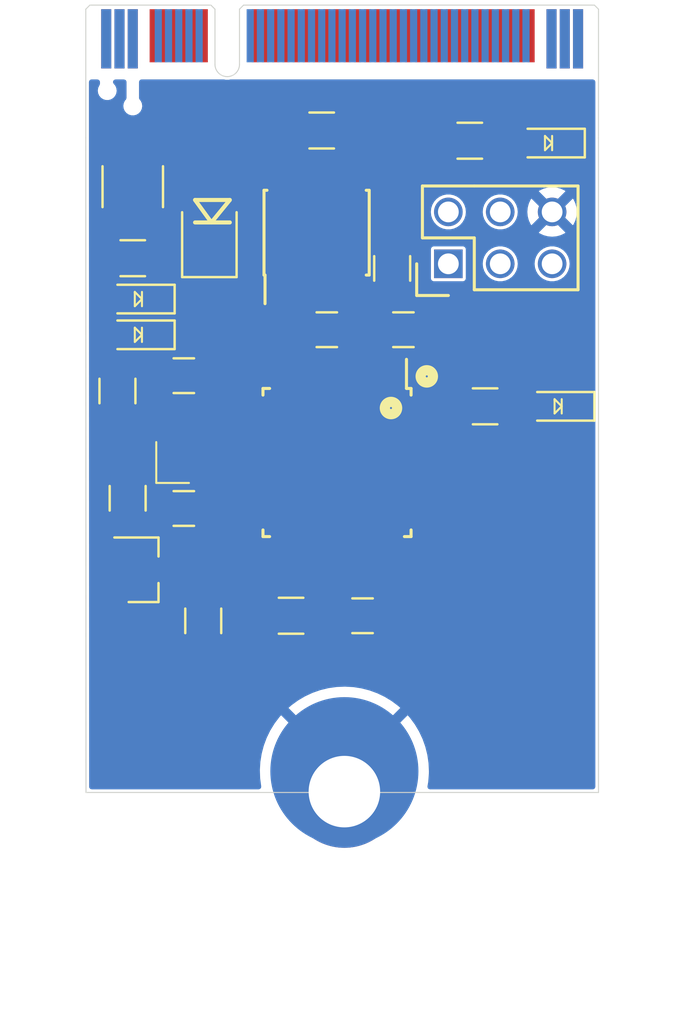
<source format=kicad_pcb>
(kicad_pcb (version 20211014) (generator pcbnew)
  (layers (0 "F.Cu" signal) (31 "B.Cu" signal) (34 "B.Paste" user) (35 "F.Paste" user) (36 "B.SilkS" user "B.Silkscreen") (37 "F.SilkS" user "F.Silkscreen") (38 "B.Mask" user) (39 "F.Mask" user) (44 "Edge.Cuts" user))
  (net 0 "")
  (net 1 "+5V")
  (net 2 "GND")
  (net 3 "Net-(C2-Pad1)")
  (net 4 "Net-(C3-Pad1)")
  (net 5 "Net-(C4-Pad1)")
  (net 6 "/BAT_FUSED")
  (net 7 "Net-(D2-Pad2)")
  (net 8 "Net-(D3-Pad2)")
  (net 9 "Net-(D4-Pad2)")
  (net 10 "Net-(D5-Pad2)")
  (net 11 "+BATT")
  (net 12 "/MISO")
  (net 13 "/SCK")
  (net 14 "/MOSI")
  (net 15 "/RESET")
  (net 16 "/CAN_+")
  (net 17 "/CAN_-")
  (net 79 "/SHDN_IN")
  (net 80 "/SHDN_SENSE")
  (net 81 "/DEBUG")
  (net 83 "/CAN_TX")
  (net 84 "/CAN_RX")
  (net 88 "/PD7")
  (footprint "footprints:DO-214AA" (layer "F.Cu") (at 58.5 30.5 90)
    (fp_text reference "D1" hide)
    (fp_text value "D_Zener_18V" hide)
    (fp_line (start 0.6 1) (end -0.5 0.1) (layer "F.SilkS") (width 0.2))
    (fp_line (start -0.5 0.1) (end 0.6 -0.7) (layer "F.SilkS") (width 0.2))
    (fp_line (start -3.175 -1.3335) (end 0 -1.3335) (layer "F.SilkS") (width 0.12))
    (fp_line (start -3.175 1.3335) (end 0 1.3335) (layer "F.SilkS") (width 0.12))
    (fp_line (start 0.6 -0.7) (end 0.6 1) (layer "F.SilkS") (width 0.2))
    (fp_line (start -3.175 -1.3335) (end -3.175 1.3335) (layer "F.SilkS") (width 0.12))
    (fp_line (start -0.5 -0.7) (end -0.5 1) (layer "F.SilkS") (width 0.2))
    (pad "1" smd rect locked (at -2.032 0 270) (size 1.778 2.159) (layers "F.Cu" "F.Paste" "F.Mask") (net 6 "/BAT_FUSED"))
    (pad "2" smd rect locked (at 2.032 0 270) (size 1.778 2.159) (layers "F.Cu" "F.Paste" "F.Mask") (net 2 "GND"))
  )
  (footprint "footprints:LED_0805_OEM" (layer "F.Cu") (at 55 36.5 180)
    (fp_text reference "D5" hide)
    (fp_text value "LED_0805" hide)
    (fp_line (start 0.1 -0.3) (end 0.15 -0.35) (layer "F.SilkS") (width 0.1))
    (fp_line (start -0.2 0.35) (end -0.2 0) (layer "F.SilkS") (width 0.1))
    (fp_line (start -1.8 0.7) (end 1 0.7) (layer "F.SilkS") (width 0.12))
    (fp_line (start 0.15 -0.35) (end 0.15 0.3) (layer "F.SilkS") (width 0.1))
    (fp_line (start -1.8 -0.7) (end 1 -0.7) (layer "F.SilkS") (width 0.12))
    (fp_line (start -0.2 0) (end -0.2 -0.35) (layer "F.SilkS") (width 0.1))
    (fp_line (start -1.8 -0.7) (end -1.8 0.7) (layer "F.SilkS") (width 0.12))
    (fp_line (start 0.15 0.35) (end -0.2 0) (layer "F.SilkS") (width 0.1))
    (fp_line (start 0.15 0.35) (end 0.15 0.3) (layer "F.SilkS") (width 0.1))
    (fp_line (start 0.15 0.3) (end 0.15 0.35) (layer "F.SilkS") (width 0.1))
    (fp_line (start -0.2 0) (end 0.1 -0.3) (layer "F.SilkS") (width 0.1))
    (pad "1" smd rect locked (at -1.1 0) (size 1.2 1.2) (layers "F.Cu" "F.Paste" "F.Mask") (net 2 "GND"))
    (pad "2" smd rect locked (at 1.1 0) (size 1.2 1.2) (layers "F.Cu" "F.Paste" "F.Mask") (net 10 "Net-(D5-Pad2)"))
  )
  (footprint "footprints:C_0805_OEM" (layer "F.Cu") (at 64.25 36.25 180)
    (fp_text reference "C5" hide)
    (fp_text value "C_0.1uF" hide)
    (fp_line (start -0.5 0.85) (end 0.5 0.85) (layer "F.SilkS") (width 0.12))
    (fp_line (start 0.5 -0.85) (end -0.5 -0.85) (layer "F.SilkS") (width 0.12))
    (pad "1" smd rect locked (at -1 0 180) (size 1 1.25) (layers "F.Cu" "F.Paste" "F.Mask") (net 1 "+5V"))
    (pad "2" smd rect locked (at 1 0 180) (size 1 1.25) (layers "F.Cu" "F.Paste" "F.Mask") (net 2 "GND"))
  )
  (footprint "footprints:R_0805_OEM" (layer "F.Cu") (at 62.5 50.25)
    (fp_text reference "R1" hide)
    (fp_text value "R_100" hide)
    (fp_line (start -0.6 -0.88) (end 0.6 -0.88) (layer "F.SilkS") (width 0.12))
    (fp_line (start 0.6 0.88) (end -0.6 0.88) (layer "F.SilkS") (width 0.12))
    (pad "1" smd rect locked (at -0.95 0) (size 0.7 1.3) (layers "F.Cu" "F.Paste" "F.Mask") (net 1 "+5V"))
    (pad "2" smd rect locked (at 0.95 0) (size 0.7 1.3) (layers "F.Cu" "F.Paste" "F.Mask") (net 3 "Net-(C2-Pad1)"))
  )
  (footprint "footprints:Crystal_SMD_FA238" (layer "F.Cu") (at 57.5 41.75 90)
    (fp_text reference "Y1" hide)
    (fp_text value "Crystal_SMD" hide)
    (fp_line (start -2 -1.6) (end -2 0) (layer "F.SilkS") (width 0.1))
    (fp_line (start -2 -1.6) (end 0 -1.6) (layer "F.SilkS") (width 0.1))
    (pad "1" smd rect locked (at -1.1 0.8 90) (size 1.4 1.2) (layers "F.Cu" "F.Mask") (net 4 "Net-(C3-Pad1)"))
    (pad "2" smd rect locked (at 1.1 0.8 90) (size 1.4 1.2) (layers "F.Cu" "F.Mask") (net 2 "GND"))
    (pad "3" smd rect locked (at 1.1 -0.8 90) (size 1.4 1.2) (layers "F.Cu" "F.Mask") (net 5 "Net-(C4-Pad1)"))
    (pad "4" smd rect locked (at -1.1 -0.8 90) (size 1.4 1.2) (layers "F.Cu" "F.Mask") (net 2 "GND"))
  )
  (footprint "footprints:R_0805_OEM" (layer "F.Cu") (at 54 39.25 90)
    (fp_text reference "R6" hide)
    (fp_text value "R_1K" hide)
    (fp_line (start 0.6 0.88) (end -0.6 0.88) (layer "F.SilkS") (width 0.12))
    (fp_line (start -0.6 -0.88) (end 0.6 -0.88) (layer "F.SilkS") (width 0.12))
    (pad "1" smd rect locked (at -0.95 0 90) (size 0.7 1.3) (layers "F.Cu" "F.Paste" "F.Mask") (net 79 "/SHDN_IN"))
    (pad "2" smd rect locked (at 0.95 0 90) (size 0.7 1.3) (layers "F.Cu" "F.Paste" "F.Mask") (net 10 "Net-(D5-Pad2)"))
  )
  (footprint "footprints:Pin_Header_Straight_2x03" (layer "F.Cu") (at 70.2 33.025 90)
    (fp_text reference "J1" hide)
    (fp_text value "CONN_02X03" hide)
    (fp_line (start 1.27 1.27) (end -1.27 1.27) (layer "F.SilkS") (width 0.15))
    (fp_line (start 3.81 1.27) (end 3.81 -1.27) (layer "F.SilkS") (width 0.15))
    (fp_line (start -1.55 -1.55) (end 0 -1.55) (layer "F.SilkS") (width 0.15))
    (fp_line (start 3.81 -1.27) (end 1.27 -1.27) (layer "F.SilkS") (width 0.15))
    (fp_line (start -1.27 6.35) (end 3.81 6.35) (layer "F.SilkS") (width 0.15))
    (fp_line (start -1.27 1.27) (end -1.27 6.35) (layer "F.SilkS") (width 0.15))
    (fp_line (start -1.55 -1.55) (end -1.55 0) (layer "F.SilkS") (width 0.15))
    (fp_line (start 3.81 6.35) (end 3.81 1.27) (layer "F.SilkS") (width 0.15))
    (fp_line (start 1.27 -1.27) (end 1.27 1.27) (layer "F.SilkS") (width 0.15))
    (pad "1" thru_hole rect locked (at 0 0 90) (size 1.4 1.4) (drill 1.016) (layers *.Cu *.Mask) (net 12 "/MISO"))
    (pad "2" thru_hole circle locked (at 2.54 0 90) (size 1.4 1.4) (drill 1.016) (layers *.Cu *.Mask) (net 1 "+5V"))
    (pad "3" thru_hole circle locked (at 0 2.54 90) (size 1.4 1.4) (drill 1.016) (layers *.Cu *.Mask) (net 13 "/SCK"))
    (pad "4" thru_hole circle locked (at 2.54 2.54 90) (size 1.4 1.4) (drill 1.016) (layers *.Cu *.Mask) (net 14 "/MOSI"))
    (pad "5" thru_hole circle locked (at 0 5.08 90) (size 1.4 1.4) (drill 1.016) (layers *.Cu *.Mask) (net 15 "/RESET"))
    (pad "6" thru_hole circle locked (at 2.54 5.08 90) (size 1.4 1.4) (drill 1.016) (layers *.Cu *.Mask) (net 2 "GND"))
  )
  (footprint "footprints:R_0805_OEM" (layer "F.Cu") (at 64 26.5)
    (fp_text reference "R9" hide)
    (fp_text value "R_120_DNP" hide)
    (fp_line (start 0.6 0.88) (end -0.6 0.88) (layer "F.SilkS") (width 0.12))
    (fp_line (start -0.6 -0.88) (end 0.6 -0.88) (layer "F.SilkS") (width 0.12))
    (pad "1" smd rect locked (at -0.95 0) (size 0.7 1.3) (layers "F.Cu" "F.Paste" "F.Mask") (net 16 "/CAN_+"))
    (pad "2" smd rect locked (at 0.95 0) (size 0.7 1.3) (layers "F.Cu" "F.Paste" "F.Mask") (net 17 "/CAN_-"))
  )
  (footprint "footprints:R_0805_OEM" (layer "F.Cu") (at 67.45 33.25 90)
    (fp_text reference "R4" hide)
    (fp_text value "R_10K" hide)
    (fp_line (start -0.6 -0.88) (end 0.6 -0.88) (layer "F.SilkS") (width 0.12))
    (fp_line (start 0.6 0.88) (end -0.6 0.88) (layer "F.SilkS") (width 0.12))
    (pad "1" smd rect locked (at -0.95 0 90) (size 0.7 1.3) (layers "F.Cu" "F.Paste" "F.Mask") (net 1 "+5V"))
    (pad "2" smd rect locked (at 0.95 0 90) (size 0.7 1.3) (layers "F.Cu" "F.Paste" "F.Mask") (net 15 "/RESET"))
  )
  (footprint "footprints:R_0805_OEM" (layer "F.Cu") (at 71.25 27)
    (fp_text reference "R3" hide)
    (fp_text value "R_200" hide)
    (fp_line (start 0.6 0.88) (end -0.6 0.88) (layer "F.SilkS") (width 0.12))
    (fp_line (start -0.6 -0.88) (end 0.6 -0.88) (layer "F.SilkS") (width 0.12))
    (pad "1" smd rect locked (at -0.95 0) (size 0.7 1.3) (layers "F.Cu" "F.Paste" "F.Mask") (net 1 "+5V"))
    (pad "2" smd rect locked (at 0.95 0) (size 0.7 1.3) (layers "F.Cu" "F.Paste" "F.Mask") (net 8 "Net-(D3-Pad2)"))
  )
  (footprint "footprints:Fuse_1210" (layer "F.Cu") (at 54.75 29.25 90)
    (fp_text reference "F1" hide)
    (fp_text value "F_500mA_16V" hide)
    (fp_line (start -1 -1.48) (end 1 -1.48) (layer "F.SilkS") (width 0.12))
    (fp_line (start 1 1.48) (end -1 1.48) (layer "F.SilkS") (width 0.12))
    (pad "1" smd rect locked (at -1.45 0 90) (size 0.9 2.5) (layers "F.Cu" "F.Paste" "F.Mask") (net 6 "/BAT_FUSED"))
    (pad "2" smd rect locked (at 1.45 0 90) (size 0.9 2.5) (layers "F.Cu" "F.Paste" "F.Mask") (net 11 "+BATT"))
  )
  (footprint "footprints:R_0805_OEM" (layer "F.Cu") (at 58.2 50.5 90)
    (fp_text reference "R8" hide)
    (fp_text value "R_10K" hide)
    (fp_line (start 0.6 0.88) (end -0.6 0.88) (layer "F.SilkS") (width 0.12))
    (fp_line (start -0.6 -0.88) (end 0.6 -0.88) (layer "F.SilkS") (width 0.12))
    (pad "1" smd rect locked (at -0.95 0 90) (size 0.7 1.3) (layers "F.Cu" "F.Paste" "F.Mask") (net 1 "+5V"))
    (pad "2" smd rect locked (at 0.95 0 90) (size 0.7 1.3) (layers "F.Cu" "F.Paste" "F.Mask") (net 80 "/SHDN_SENSE"))
  )
  (footprint "footprints:LED_0805_OEM" (layer "F.Cu") (at 75.08 27.115 180)
    (fp_text reference "D3" hide)
    (fp_text value "LED_0805" hide)
    (fp_line (start -0.2 0.35) (end -0.2 0) (layer "F.SilkS") (width 0.1))
    (fp_line (start -1.8 -0.7) (end -1.8 0.7) (layer "F.SilkS") (width 0.12))
    (fp_line (start 0.1 -0.3) (end 0.15 -0.35) (layer "F.SilkS") (width 0.1))
    (fp_line (start -1.8 -0.7) (end 1 -0.7) (layer "F.SilkS") (width 0.12))
    (fp_line (start 0.15 0.35) (end -0.2 0) (layer "F.SilkS") (width 0.1))
    (fp_line (start -0.2 0) (end 0.1 -0.3) (layer "F.SilkS") (width 0.1))
    (fp_line (start 0.15 0.35) (end 0.15 0.3) (layer "F.SilkS") (width 0.1))
    (fp_line (start -1.8 0.7) (end 1 0.7) (layer "F.SilkS") (width 0.12))
    (fp_line (start -0.2 0) (end -0.2 -0.35) (layer "F.SilkS") (width 0.1))
    (fp_line (start 0.15 0.3) (end 0.15 0.35) (layer "F.SilkS") (width 0.1))
    (fp_line (start 0.15 -0.35) (end 0.15 0.3) (layer "F.SilkS") (width 0.1))
    (pad "1" smd rect locked (at -1.1 0) (size 1.2 1.2) (layers "F.Cu" "F.Paste" "F.Mask") (net 2 "GND"))
    (pad "2" smd rect locked (at 1.1 0) (size 1.2 1.2) (layers "F.Cu" "F.Paste" "F.Mask") (net 8 "Net-(D3-Pad2)"))
  )
  (footprint "OEM:M.2_Mount" (layer "F.Cu") (at 65.109999 58.873999 180)
    (fp_text reference "H1" hide)
    (fp_text value "MountingHole_Pad" hide)
    (pad "1" thru_hole circle (at 0 0.016 180) (size 5.499999 5.499999) (drill 3.500001) (layers *.Cu *.Mask) (net 2 "GND"))
    (pad "1" smd circle (at 0 1.016 180) (size 7.249998 7.249998) (layers "B.Cu" "B.Mask") (net 2 "GND"))
  )
  (footprint "footprints:R_0805_OEM" (layer "F.Cu") (at 54.5 44.5 90)
    (fp_text reference "R7" hide)
    (fp_text value "R_100K" hide)
    (fp_line (start 0.6 0.88) (end -0.6 0.88) (layer "F.SilkS") (width 0.12))
    (fp_line (start -0.6 -0.88) (end 0.6 -0.88) (layer "F.SilkS") (width 0.12))
    (pad "1" smd rect locked (at -0.95 0 90) (size 0.7 1.3) (layers "F.Cu" "F.Paste" "F.Mask") (net 79 "/SHDN_IN"))
    (pad "2" smd rect locked (at 0.95 0 90) (size 0.7 1.3) (layers "F.Cu" "F.Paste" "F.Mask") (net 2 "GND"))
  )
  (footprint "footprints:SOT-23F" (layer "F.Cu") (at 55.25 48)
    (fp_text reference "Q1" hide)
    (fp_text value "SSM3K333R" hide)
    (fp_line (start 0.76 1.58) (end 0.76 0.65) (layer "F.SilkS") (width 0.12))
    (fp_line (start 0.76 1.58) (end -0.7 1.58) (layer "F.SilkS") (width 0.12))
    (fp_line (start 0.76 -1.58) (end -1.4 -1.58) (layer "F.SilkS") (width 0.12))
    (fp_line (start 0.76 -1.58) (end 0.76 -0.65) (layer "F.SilkS") (width 0.12))
    (pad "1" smd rect locked (at -1.05 -0.95) (size 0.9 0.8) (layers "F.Cu" "F.Paste" "F.Mask") (net 79 "/SHDN_IN"))
    (pad "2" smd rect locked (at -1.05 0.95) (size 0.9 0.8) (layers "F.Cu" "F.Paste" "F.Mask") (net 2 "GND"))
    (pad "3" smd rect locked (at 1.05 0) (size 0.9 0.8) (layers "F.Cu" "F.Paste" "F.Mask") (net 80 "/SHDN_SENSE"))
  )
  (footprint "footprints:SOIC-8_3.9x4.9mm_Pitch1.27mm_OEM" (layer "F.Cu") (at 63.75 31.5 90)
    (fp_text reference "U2" hide)
    (fp_text value "MCP2561-E_SN" hide)
    (fp_line (start 2.075 -2.575) (end 2.075 -2.43) (layer "F.SilkS") (width 0.15))
    (fp_line (start -2.075 2.575) (end 2.075 2.575) (layer "F.SilkS") (width 0.15))
    (fp_line (start 2.075 2.575) (end 2.075 2.43) (layer "F.SilkS") (width 0.15))
    (fp_line (start -2.075 -2.575) (end 2.075 -2.575) (layer "F.SilkS") (width 0.15))
    (fp_line (start -2.075 -2.525) (end -3.475 -2.525) (layer "F.SilkS") (width 0.15))
    (fp_line (start -2.075 -2.575) (end -2.075 -2.525) (layer "F.SilkS") (width 0.15))
    (fp_line (start -2.075 2.575) (end -2.075 2.43) (layer "F.SilkS") (width 0.15))
    (pad "1" smd rect locked (at -2.7 -1.905 90) (size 1.55 0.6) (layers "F.Cu" "F.Paste" "F.Mask") (net 83 "/CAN_TX"))
    (pad "2" smd rect locked (at -2.7 -0.635 90) (size 1.55 0.6) (layers "F.Cu" "F.Paste" "F.Mask") (net 2 "GND"))
    (pad "3" smd rect locked (at -2.7 0.635 90) (size 1.55 0.6) (layers "F.Cu" "F.Paste" "F.Mask") (net 1 "+5V"))
    (pad "4" smd rect locked (at -2.7 1.905 90) (size 1.55 0.6) (layers "F.Cu" "F.Paste" "F.Mask") (net 84 "/CAN_RX"))
    (pad "5" smd rect locked (at 2.7 1.905 90) (size 1.55 0.6) (layers "F.Cu" "F.Paste" "F.Mask"))
    (pad "6" smd rect locked (at 2.7 0.635 90) (size 1.55 0.6) (layers "F.Cu" "F.Paste" "F.Mask") (net 17 "/CAN_-"))
    (pad "7" smd rect locked (at 2.7 -0.635 90) (size 1.55 0.6) (layers "F.Cu" "F.Paste" "F.Mask") (net 16 "/CAN_+"))
    (pad "8" smd rect locked (at 2.7 -1.905 90) (size 1.55 0.6) (layers "F.Cu" "F.Paste" "F.Mask") (net 2 "GND"))
  )
  (footprint "footprints:C_0805_OEM" (layer "F.Cu") (at 57.25 45 180)
    (fp_text reference "C3" hide)
    (fp_text value "C_30pF" hide)
    (fp_line (start 0.5 -0.85) (end -0.5 -0.85) (layer "F.SilkS") (width 0.12))
    (fp_line (start -0.5 0.85) (end 0.5 0.85) (layer "F.SilkS") (width 0.12))
    (pad "1" smd rect locked (at -1 0 180) (size 1 1.25) (layers "F.Cu" "F.Paste" "F.Mask") (net 4 "Net-(C3-Pad1)"))
    (pad "2" smd rect locked (at 1 0 180) (size 1 1.25) (layers "F.Cu" "F.Paste" "F.Mask") (net 2 "GND"))
  )
  (footprint "footprints:C_0805_OEM" (layer "F.Cu") (at 57.25 38.5)
    (fp_text reference "C4" hide)
    (fp_text value "C_30pF" hide)
    (fp_line (start 0.5 -0.85) (end -0.5 -0.85) (layer "F.SilkS") (width 0.12))
    (fp_line (start -0.5 0.85) (end 0.5 0.85) (layer "F.SilkS") (width 0.12))
    (pad "1" smd rect locked (at -1 0) (size 1 1.25) (layers "F.Cu" "F.Paste" "F.Mask") (net 5 "Net-(C4-Pad1)"))
    (pad "2" smd rect locked (at 1 0) (size 1 1.25) (layers "F.Cu" "F.Paste" "F.Mask") (net 2 "GND"))
  )
  (footprint "footprints:LED_0805_OEM" (layer "F.Cu") (at 55 34.75 180)
    (fp_text reference "D2" hide)
    (fp_text value "LED_0805" hide)
    (fp_line (start 0.15 0.3) (end 0.15 0.35) (layer "F.SilkS") (width 0.1))
    (fp_line (start 0.15 -0.35) (end 0.15 0.3) (layer "F.SilkS") (width 0.1))
    (fp_line (start -0.2 0.35) (end -0.2 0) (layer "F.SilkS") (width 0.1))
    (fp_line (start -1.8 -0.7) (end -1.8 0.7) (layer "F.SilkS") (width 0.12))
    (fp_line (start -1.8 -0.7) (end 1 -0.7) (layer "F.SilkS") (width 0.12))
    (fp_line (start 0.15 0.35) (end 0.15 0.3) (layer "F.SilkS") (width 0.1))
    (fp_line (start -0.2 0) (end -0.2 -0.35) (layer "F.SilkS") (width 0.1))
    (fp_line (start 0.15 0.35) (end -0.2 0) (layer "F.SilkS") (width 0.1))
    (fp_line (start -1.8 0.7) (end 1 0.7) (layer "F.SilkS") (width 0.12))
    (fp_line (start 0.1 -0.3) (end 0.15 -0.35) (layer "F.SilkS") (width 0.1))
    (fp_line (start -0.2 0) (end 0.1 -0.3) (layer "F.SilkS") (width 0.1))
    (pad "1" smd rect locked (at -1.1 0) (size 1.2 1.2) (layers "F.Cu" "F.Paste" "F.Mask") (net 2 "GND"))
    (pad "2" smd rect locked (at 1.1 0) (size 1.2 1.2) (layers "F.Cu" "F.Paste" "F.Mask") (net 7 "Net-(D2-Pad2)"))
  )
  (footprint "footprints:LED_0805_OEM" (layer "F.Cu") (at 75.55 40 180)
    (fp_text reference "D4" hide)
    (fp_text value "LED_0805" hide)
    (fp_line (start 0.15 0.35) (end 0.15 0.3) (layer "F.SilkS") (width 0.1))
    (fp_line (start -0.2 0) (end 0.1 -0.3) (layer "F.SilkS") (width 0.1))
    (fp_line (start 0.15 0.3) (end 0.15 0.35) (layer "F.SilkS") (width 0.1))
    (fp_line (start 0.1 -0.3) (end 0.15 -0.35) (layer "F.SilkS") (width 0.1))
    (fp_line (start -0.2 0.35) (end -0.2 0) (layer "F.SilkS") (width 0.1))
    (fp_line (start 0.15 -0.35) (end 0.15 0.3) (layer "F.SilkS") (width 0.1))
    (fp_line (start -0.2 0) (end -0.2 -0.35) (layer "F.SilkS") (width 0.1))
    (fp_line (start -1.8 -0.7) (end -1.8 0.7) (layer "F.SilkS") (width 0.12))
    (fp_line (start 0.15 0.35) (end -0.2 0) (layer "F.SilkS") (width 0.1))
    (fp_line (start -1.8 -0.7) (end 1 -0.7) (layer "F.SilkS") (width 0.12))
    (fp_line (start -1.8 0.7) (end 1 0.7) (layer "F.SilkS") (width 0.12))
    (pad "1" smd rect locked (at -1.1 0) (size 1.2 1.2) (layers "F.Cu" "F.Paste" "F.Mask") (net 2 "GND"))
    (pad "2" smd rect locked (at 1.1 0) (size 1.2 1.2) (layers "F.Cu" "F.Paste" "F.Mask") (net 9 "Net-(D4-Pad2)"))
  )
  (footprint "footprints:TQFP-32_7x7mm_Pitch0.8mm" (layer "F.Cu") (at 64.75 42.75 -90)
    (fp_text reference "U1" hide)
    (fp_text value "ATMEGA16M1" hide)
    (fp_line (start -3.625 3.625) (end -3.3 3.625) (layer "F.SilkS") (width 0.15))
    (fp_line (start -3.625 -3.625) (end -3.625 -3.4) (layer "F.SilkS") (width 0.15))
    (fp_line (start 3.625 3.625) (end 3.3 3.625) (layer "F.SilkS") (width 0.15))
    (fp_line (start 3.625 -3.625) (end 3.625 -3.3) (layer "F.SilkS") (width 0.15))
    (fp_line (start 3.625 3.625) (end 3.625 3.3) (layer "F.SilkS") (width 0.15))
    (fp_line (start -3.625 3.625) (end -3.625 3.3) (layer "F.SilkS") (width 0.15))
    (fp_line (start -3.625 -3.625) (end -3.3 -3.625) (layer "F.SilkS") (width 0.15))
    (fp_line (start -3.625 -3.4) (end -5.05 -3.4) (layer "F.SilkS") (width 0.15))
    (fp_line (start 3.625 -3.625) (end 3.3 -3.625) (layer "F.SilkS") (width 0.15))
    (fp_circle (center -2.667 -2.6416) (end -2.667 -2.6924) (layer "F.SilkS") (width 0.5) (fill none))
    (fp_circle (center -4.2164 -4.3942) (end -4.2164 -4.445) (layer "F.SilkS") (width 0.5) (fill none))
    (pad "1" smd rect locked (at -4.25 -2.8 270) (size 1.6 0.55) (layers "F.Cu" "F.Paste" "F.Mask") (net 12 "/MISO"))
    (pad "2" smd rect locked (at -4.25 -2 270) (size 1.6 0.55) (layers "F.Cu" "F.Paste" "F.Mask") (net 14 "/MOSI"))
    (pad "3" smd rect locked (at -4.25 -1.2 270) (size 1.6 0.55) (layers "F.Cu" "F.Paste" "F.Mask"))
    (pad "4" smd rect locked (at -4.25 -0.4 270) (size 1.6 0.55) (layers "F.Cu" "F.Paste" "F.Mask") (net 1 "+5V"))
    (pad "5" smd rect locked (at -4.25 0.4 270) (size 1.6 0.55) (layers "F.Cu" "F.Paste" "F.Mask") (net 2 "GND"))
    (pad "6" smd rect locked (at -4.25 1.2 270) (size 1.6 0.55) (layers "F.Cu" "F.Paste" "F.Mask") (net 83 "/CAN_TX"))
    (pad "7" smd rect locked (at -4.25 2 270) (size 1.6 0.55) (layers "F.Cu" "F.Paste" "F.Mask") (net 84 "/CAN_RX"))
    (pad "8" smd rect locked (at -4.25 2.8 270) (size 1.6 0.55) (layers "F.Cu" "F.Paste" "F.Mask"))
    (pad "9" smd rect locked (at -2.8 4.25) (size 1.6 0.55) (layers "F.Cu" "F.Paste" "F.Mask"))
    (pad "10" smd rect locked (at -2 4.25) (size 1.6 0.55) (layers "F.Cu" "F.Paste" "F.Mask") (net 5 "Net-(C4-Pad1)"))
    (pad "11" smd rect locked (at -1.2 4.25) (size 1.6 0.55) (layers "F.Cu" "F.Paste" "F.Mask") (net 4 "Net-(C3-Pad1)"))
    (pad "12" smd rect locked (at -0.4 4.25) (size 1.6 0.55) (layers "F.Cu" "F.Paste" "F.Mask") (net 13 "/SCK"))
    (pad "13" smd rect locked (at 0.4 4.25) (size 1.6 0.55) (layers "F.Cu" "F.Paste" "F.Mask"))
    (pad "14" smd rect locked (at 1.2 4.25) (size 1.6 0.55) (layers "F.Cu" "F.Paste" "F.Mask") (net 80 "/SHDN_SENSE"))
    (pad "15" smd rect locked (at 2 4.25) (size 1.6 0.55) (layers "F.Cu" "F.Paste" "F.Mask") (net 88 "/PD7"))
    (pad "16" smd rect locked (at 2.8 4.25) (size 1.6 0.55) (layers "F.Cu" "F.Paste" "F.Mask"))
    (pad "17" smd rect locked (at 4.25 2.8 270) (size 1.6 0.55) (layers "F.Cu" "F.Paste" "F.Mask"))
    (pad "18" smd rect locked (at 4.25 2 270) (size 1.6 0.55) (layers "F.Cu" "F.Paste" "F.Mask"))
    (pad "19" smd rect locked (at 4.25 1.2 270) (size 1.6 0.55) (layers "F.Cu" "F.Paste" "F.Mask") (net 3 "Net-(C2-Pad1)"))
    (pad "20" smd rect locked (at 4.25 0.4 270) (size 1.6 0.55) (layers "F.Cu" "F.Paste" "F.Mask") (net 2 "GND"))
    (pad "21" smd rect locked (at 4.25 -0.4 270) (size 1.6 0.55) (layers "F.Cu" "F.Paste" "F.Mask"))
    (pad "22" smd rect locked (at 4.25 -1.2 270) (size 1.6 0.55) (layers "F.Cu" "F.Paste" "F.Mask"))
    (pad "23" smd rect locked (at 4.25 -2 270) (size 1.6 0.55) (layers "F.Cu" "F.Paste" "F.Mask"))
    (pad "24" smd rect locked (at 4.25 -2.8 270) (size 1.6 0.55) (layers "F.Cu" "F.Paste" "F.Mask"))
    (pad "25" smd rect locked (at 2.8 -4.25) (size 1.6 0.55) (layers "F.Cu" "F.Paste" "F.Mask"))
    (pad "26" smd rect locked (at 2 -4.25) (size 1.6 0.55) (layers "F.Cu" "F.Paste" "F.Mask"))
    (pad "27" smd rect locked (at 1.2 -4.25) (size 1.6 0.55) (layers "F.Cu" "F.Paste" "F.Mask"))
    (pad "28" smd rect locked (at 0.4 -4.25) (size 1.6 0.55) (layers "F.Cu" "F.Paste" "F.Mask"))
    (pad "29" smd rect locked (at -0.4 -4.25) (size 1.6 0.55) (layers "F.Cu" "F.Paste" "F.Mask"))
    (pad "30" smd rect locked (at -1.2 -4.25) (size 1.6 0.55) (layers "F.Cu" "F.Paste" "F.Mask"))
    (pad "31" smd rect locked (at -2 -4.25) (size 1.6 0.55) (layers "F.Cu" "F.Paste" "F.Mask") (net 15 "/RESET"))
    (pad "32" smd rect locked (at -2.8 -4.25) (size 1.6 0.55) (layers "F.Cu" "F.Paste" "F.Mask") (net 81 "/DEBUG"))
  )
  (footprint "footprints:C_0805_OEM" (layer "F.Cu") (at 66 50.25)
    (fp_text reference "C2" hide)
    (fp_text value "C_100pF" hide)
    (fp_line (start 0.5 -0.85) (end -0.5 -0.85) (layer "F.SilkS") (width 0.12))
    (fp_line (start -0.5 0.85) (end 0.5 0.85) (layer "F.SilkS") (width 0.12))
    (pad "1" smd rect locked (at -1 0) (size 1 1.25) (layers "F.Cu" "F.Paste" "F.Mask") (net 3 "Net-(C2-Pad1)"))
    (pad "2" smd rect locked (at 1 0) (size 1 1.25) (layers "F.Cu" "F.Paste" "F.Mask") (net 2 "GND"))
  )
  (footprint "footprints:R_0805_OEM" (layer "F.Cu") (at 54.75 32.75 180)
    (fp_text reference "R2" hide)
    (fp_text value "R_1K" hide)
    (fp_line (start -0.6 -0.88) (end 0.6 -0.88) (layer "F.SilkS") (width 0.12))
    (fp_line (start 0.6 0.88) (end -0.6 0.88) (layer "F.SilkS") (width 0.12))
    (pad "1" smd rect locked (at -0.95 0 180) (size 0.7 1.3) (layers "F.Cu" "F.Paste" "F.Mask") (net 6 "/BAT_FUSED"))
    (pad "2" smd rect locked (at 0.95 0 180) (size 0.7 1.3) (layers "F.Cu" "F.Paste" "F.Mask") (net 7 "Net-(D2-Pad2)"))
  )
  (footprint "footprints:C_0805_OEM" (layer "F.Cu") (at 68 36.25)
    (fp_text reference "C1" hide)
    (fp_text value "C_0.1uF" hide)
    (fp_line (start 0.5 -0.85) (end -0.5 -0.85) (layer "F.SilkS") (width 0.12))
    (fp_line (start -0.5 0.85) (end 0.5 0.85) (layer "F.SilkS") (width 0.12))
    (pad "1" smd rect locked (at -1 0) (size 1 1.25) (layers "F.Cu" "F.Paste" "F.Mask") (net 1 "+5V"))
    (pad "2" smd rect locked (at 1 0) (size 1 1.25) (layers "F.Cu" "F.Paste" "F.Mask") (net 2 "GND"))
  )
  (footprint "footprints:Automotive_M.2_Edge_Connector" (layer "F.Cu") (at 65 20.3625)
    (fp_text reference "J2" hide)
    (fp_text value "M.2_BoardEdge" hide)
    (fp_line (start -12.35 0) (end -6.425 0) (layer "Edge.Cuts") (width 0.05))
    (fp_line (start -12.55 0.2) (end -12.35 0) (layer "Edge.Cuts") (width 0.05))
    (fp_line (start -6.225 0.2) (end -6.425 0) (layer "Edge.Cuts") (width 0.05))
    (fp_line (start -12.55 0.2) (end -12.55 6.5) (layer "Edge.Cuts") (width 0.05))
    (fp_line (start -5.025 0.2) (end -4.825 0) (layer "Edge.Cuts") (width 0.05))
    (fp_line (start 12.55 0.2) (end 12.35 0) (layer "Edge.Cuts") (width 0.05))
    (fp_line (start -4.825 0) (end 12.35 0) (layer "Edge.Cuts") (width 0.05))
    (fp_line (start 12.55 0.2) (end 12.55 6.5) (layer "Edge.Cuts") (width 0.05))
    (fp_line (start -6.225 2.9) (end -6.225 0.2) (layer "Edge.Cuts") (width 0.05))
    (fp_line (start -5.025 2.9) (end -5.025 0.2) (layer "Edge.Cuts") (width 0.05))
    (fp_arc (start -5.025 2.9) (mid -5.625 3.5) (end -6.225 2.9) (layer "Edge.Cuts") (width 0.05))
    (pad "4" connect rect (at -9.249999 1.5) (size 0.35 2.6) (layers "F.Cu" "F.Mask") (net 2 "GND"))
    (pad "5" connect rect (at -8.75 1.5) (size 0.35 2.6) (layers "F.Cu" "F.Mask") (net 2 "GND"))
    (pad "6" connect rect (at -8.25 1.5) (size 0.35 2.6) (layers "F.Cu" "F.Mask") (net 2 "GND"))
    (pad "7" connect rect (at -7.75 1.5) (size 0.35 2.6) (layers "F.Cu" "F.Mask") (net 16 "/CAN_+"))
    (pad "8" connect rect (at -7.25 1.5) (size 0.35 2.6) (layers "F.Cu" "F.Mask") (net 17 "/CAN_-"))
    (pad "9" connect rect (at -6.75 1.5) (size 0.35 2.6) (layers "F.Cu" "F.Mask") (net 2 "GND"))
    (pad "10" connect rect (at -4.25 1.5) (size 0.35 2.6) (layers "F.Cu" "F.Mask"))
    (pad "11" connect rect (at -3.75 1.5) (size 0.35 2.6) (layers "F.Cu" "F.Mask"))
    (pad "12" connect rect (at -3.25 1.5) (size 0.35 2.6) (layers "F.Cu" "F.Mask"))
    (pad "13" connect rect (at -2.75 1.5) (size 0.35 2.6) (layers "F.Cu" "F.Mask"))
    (pad "14" connect rect (at -2.25 1.5) (size 0.35 2.6) (layers "F.Cu" "F.Mask"))
    (pad "15" connect rect (at -1.75 1.5) (size 0.35 2.6) (layers "F.Cu" "F.Mask"))
    (pad "16" connect rect (at -1.25 1.5) (size 0.35 2.6) (layers "F.Cu" "F.Mask"))
    (pad "17" connect rect (at -0.75 1.5) (size 0.35 2.6) (layers "F.Cu" "F.Mask"))
    (pad "18" connect rect (at -0.25 1.5) (size 0.35 2.6) (layers "F.Cu" "F.Mask"))
    (pad "19" connect rect (at 0.25 1.5) (size 0.35 2.6) (layers "F.Cu" "F.Mask"))
    (pad "20" connect rect (at 0.75 1.5) (size 0.35 2.6) (layers "F.Cu" "F.Mask"))
    (pad "21" connect rect (at 1.25 1.5) (size 0.35 2.6) (layers "F.Cu" "F.Mask"))
    (pad "22" connect rect (at 1.75 1.5) (size 0.35 2.6) (layers "F.Cu" "F.Mask"))
    (pad "23" connect rect (at 2.25 1.5) (size 0.35 2.6) (layers "F.Cu" "F.Mask"))
    (pad "24" connect rect (at 2.75 1.5) (size 0.35 2.6) (layers "F.Cu" "F.Mask"))
    (pad "25" connect rect (at 3.25 1.5) (size 0.35 2.6) (layers "F.Cu" "F.Mask"))
    (pad "26" connect rect (at 3.75 1.5) (size 0.35 2.6) (layers "F.Cu" "F.Mask"))
    (pad "27" connect rect (at 4.25 1.5) (size 0.35 2.6) (layers "F.Cu" "F.Mask"))
    (pad "28" connect rect (at 4.75 1.5) (size 0.35 2.6) (layers "F.Cu" "F.Mask"))
    (pad "29" connect rect (at 5.25 1.5) (size 0.35 2.6) (layers "F.Cu" "F.Mask"))
    (pad "30" connect rect (at 5.75 1.5) (size 0.35 2.6) (layers "F.Cu" "F.Mask"))
    (pad "31" connect rect (at 6.25 1.5) (size 0.35 2.6) (layers "F.Cu" "F.Mask"))
    (pad "32" connect rect (at 6.75 1.5) (size 0.35 2.6) (layers "F.Cu" "F.Mask"))
    (pad "33" connect rect (at 7.25 1.5) (size 0.35 2.6) (layers "F.Cu" "F.Mask"))
    (pad "34" connect rect (at 7.75 1.5) (size 0.35 2.6) (layers "F.Cu" "F.Mask"))
    (pad "35" connect rect (at 8.25 1.5) (size 0.35 2.6) (layers "F.Cu" "F.Mask"))
    (pad "36" connect rect (at 8.75 1.5) (size 0.35 2.6) (layers "F.Cu" "F.Mask"))
    (pad "37" connect rect (at 9.249999 1.5) (size 0.35 2.6) (layers "F.Cu" "F.Mask"))
    (pad "41" connect rect (at -9 1.5) (size 0.35 2.6) (layers "B.Cu" "B.Mask"))
    (pad "42" connect rect (at -8.5 1.5) (size 0.35 2.6) (layers "B.Cu" "B.Mask"))
    (pad "43" connect rect (at -8 1.5) (size 0.35 2.6) (layers "B.Cu" "B.Mask"))
    (pad "44" connect rect (at -7.5 1.5) (size 0.35 2.6) (layers "B.Cu" "B.Mask"))
    (pad "45" connect rect (at -7 1.5) (size 0.35 2.6) (layers "B.Cu" "B.Mask"))
    (pad "46" connect rect (at -4.5 1.5) (size 0.35 2.6) (layers "B.Cu" "B.Mask"))
    (pad "47" connect rect (at -4 1.5) (size 0.35 2.6) (layers "B.Cu" "B.Mask"))
    (pad "48" connect rect (at -3.5 1.5) (size 0.35 2.6) (layers "B.Cu" "B.Mask"))
    (pad "49" connect rect (at -3 1.5) (size 0.35 2.6) (layers "B.Cu" "B.Mask"))
    (pad "50" connect rect (at -2.5 1.5) (size 0.35 2.6) (layers "B.Cu" "B.Mask"))
    (pad "51" connect rect (at -2 1.5) (size 0.35 2.6) (layers "B.Cu" "B.Mask"))
    (pad "52" connect rect (at -1.5 1.5) (size 0.35 2.6) (layers "B.Cu" "B.Mask"))
    (pad "53" connect rect (at -1 1.5) (size 0.35 2.6) (layers "B.Cu" "B.Mask"))
    (pad "54" connect rect (at -0.5 1.5) (size 0.35 2.6) (layers "B.Cu" "B.Mask"))
    (pad "55" connect rect (at 0 1.5) (size 0.35 2.6) (layers "B.Cu" "B.Mask"))
    (pad "56" connect rect (at 0.5 1.5) (size 0.35 2.6) (layers "B.Cu" "B.Mask"))
    (pad "57" connect rect (at 1 1.5) (size 0.35 2.6) (layers "B.Cu" "B.Mask"))
    (pad "58" connect rect (at 1.5 1.5) (size 0.35 2.6) (layers "B.Cu" "B.Mask"))
    (pad "59" connect rect (at 2 1.5) (size 0.35 2.6) (layers "B.Cu" "B.Mask"))
    (pad "60" connect rect (at 2.5 1.5) (size 0.35 2.6) (layers "B.Cu" "B.Mask"))
    (pad "61" connect rect (at 3 1.5) (size 0.35 2.6) (layers "B.Cu" "B.Mask"))
    (pad "62" connect rect (at 3.5 1.5) (size 0.35 2.6) (layers "B.Cu" "B.Mask"))
    (pad "63" connect rect (at 4 1.5) (size 0.35 2.6) (layers "B.Cu" "B.Mask"))
    (pad "64" connect rect (at 4.5 1.5) (size 0.35 2.6) (layers "B.Cu" "B.Mask"))
    (pad "65" connect rect (at 5 1.5) (size 0.35 2.6) (layers "B.Cu" "B.Mask"))
    (pad "66" connect rect (at 5.5 1.5) (size 0.35 2.6) (layers "B.Cu" "B.Mask"))
    (pad "67" connect rect (at 6 1.5) (size 0.35 2.6) (layers "B.Cu" "B.Mask"))
    (pad "68" connect rect (at 6.5 1.5) (size 0.35 2.6) (layers "B.Cu" "B.Mask"))
    (pad "69" connect rect (at 7 1.5) (size 0.35 2.6) (layers "B.Cu" "B.Mask"))
    (pad "70" connect rect (at 7.5 1.5) (size 0.35 2.6) (layers "B.Cu" "B.Mask"))
    (pad "71" connect rect (at 8 1.5) (size 0.35 2.6) (layers "B.Cu" "B.Mask"))
    (pad "72" connect rect (at 8.5 1.5) (size 0.35 2.6) (layers "B.Cu" "B.Mask"))
    (pad "73" connect rect (at 9 1.5) (size 0.35 2.6) (layers "B.Cu" "B.Mask"))
    (pad "P1" connect rect (at -11.55 1.65) (size 0.4953 2.899999) (layers "F.Cu" "F.Mask") (net 79 "/SHDN_IN"))
    (pad "P1" connect rect (at -11.55 1.65) (size 0.4953 2.899999) (layers "B.Cu" "B.Mask") (net 79 "/SHDN_IN"))
    (pad "P2" connect rect (at -10.9 1.65) (size 0.4953 2.899999) (layers "B.Cu" "B.Mask") (net 79 "/SHDN_IN"))
    (pad "P2" connect rect (at -10.9 1.65) (size 0.4953 2.899999) (layers "F.Cu" "F.Mask") (net 79 "/SHDN_IN"))
    (pad "P3" connect rect (at -10.25 1.65) (size 0.4953 2.899999) (layers "F.Cu" "F.Mask") (net 11 "+BATT"))
    (pad "P3" connect rect (at -10.25 1.65) (size 0.4953 2.899999) (layers "B.Cu" "B.Mask") (net 11 "+BATT"))
    (pad "P38" connect rect (at 10.25 1.65) (size 0.4953 2.899999) (layers "F.Cu" "F.Mask") (net 1 "+5V"))
    (pad "P38" connect rect (at 10.25 1.65) (size 0.4953 2.899999) (layers "B.Cu" "B.Mask") (net 1 "+5V"))
    (pad "P39" connect rect (at 10.9 1.65) (size 0.4953 2.899999) (layers "B.Cu" "B.Mask") (net 1 "+5V"))
    (pad "P39" connect rect (at 10.9 1.65) (size 0.4953 2.899999) (layers "F.Cu" "F.Mask") (net 1 "+5V"))
    (pad "P40" connect rect (at 11.55 1.65) (size 0.4953 2.899999) (layers "B.Cu" "B.Mask") (net 1 "+5V"))
    (pad "P40" connect rect (at 11.55 1.65) (size 0.4953 2.899999) (layers "F.Cu" "F.Mask") (net 1 "+5V"))
  )
  (footprint "footprints:R_0805_OEM" (layer "F.Cu") (at 72 40)
    (fp_text reference "R5" hide)
    (fp_text value "R_1K" hide)
    (fp_line (start 0.6 0.88) (end -0.6 0.88) (layer "F.SilkS") (width 0.12))
    (fp_line (start -0.6 -0.88) (end 0.6 -0.88) (layer "F.SilkS") (width 0.12))
    (pad "1" smd rect locked (at -0.95 0) (size 0.7 1.3) (layers "F.Cu" "F.Paste" "F.Mask") (net 81 "/DEBUG"))
    (pad "2" smd rect locked (at 0.95 0) (size 0.7 1.3) (layers "F.Cu" "F.Paste" "F.Mask") (net 9 "Net-(D4-Pad2)"))
  )
  (gr_line (start 77.55 26.8625) (end 77.55 58.9) (layer "Edge.Cuts") (width 0.05))
  (gr_line (start 52.46 58.9) (end 77.55 58.9) (layer "Edge.Cuts") (width 0.05))
  (gr_line (start 52.45 26.8625) (end 52.46 58.9) (layer "Edge.Cuts") (width 0.05))
  (zone (net 2) (net_name "GND") (layer "B.Cu") (connect_pads (clearance 0.1524)) (min_thickness 0.254) (fill yes (thermal_gap 0.508) (thermal_bridge_width 0.508))
    (polygon (pts (xy 82 70.25) (xy 48.25 70.25) (xy 48.25 24) (xy 82 24)))
  )
)
</source>
